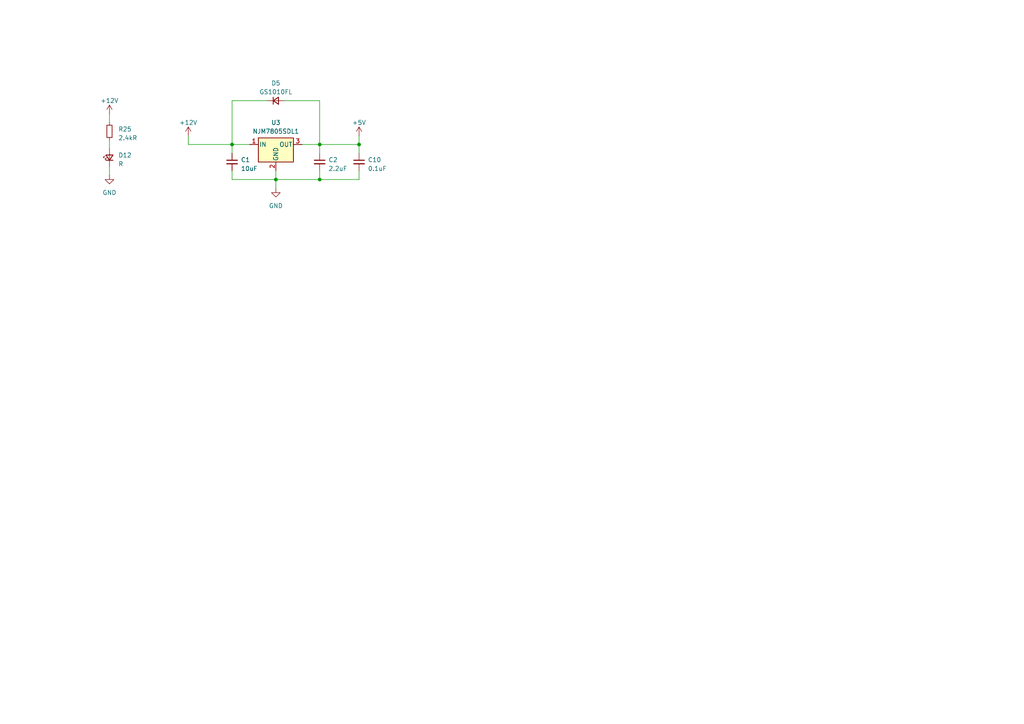
<source format=kicad_sch>
(kicad_sch (version 20231120) (generator "eeschema") (generator_version "8.0")
  (paper "A4")
  (lib_symbols
    (symbol "Device:C_Small" (pin_numbers hide) (pin_names (offset 0.254) hide)
      (property "Reference" "C" (at 0.254 1.778 0))
      (property "Value" "C_Small" (at 0.254 -2.032 0))
      (symbol "C_Small_0_1"
        (polyline (pts (xy -1.524 -0.508) (xy 1.524 -0.508)) (stroke (width 0.3302)))
        (polyline (pts (xy -1.524 0.508) (xy 1.524 0.508)) (stroke (width 0.3048)))
      )
      (symbol "C_Small_1_1"
        (pin passive line (at 0 2.54 270) (length 2.032) (name "~") (number "1"))
        (pin passive line (at 0 -2.54 90) (length 2.032) (name "~") (number "2"))
      )
    )
    (symbol "Device:D_Small" (pin_numbers hide) (pin_names (offset 0.254) hide)
      (property "Reference" "D" (at -1.27 2.032 0))
      (property "Value" "D_Small" (at -3.81 -2.032 0))
      (symbol "D_Small_0_1"
        (polyline (pts (xy -0.762 -1.016) (xy -0.762 1.016)) (stroke (width 0.254)))
        (polyline (pts (xy -0.762 0) (xy 0.762 0)))
        (polyline (pts (xy 0.762 -1.016) (xy -0.762 0) (xy 0.762 1.016) (xy 0.762 -1.016)) (stroke (width 0.254)))
      )
      (symbol "D_Small_1_1"
        (pin passive line (at -2.54 0 0) (length 1.778) (name "K") (number "1"))
        (pin passive line (at 2.54 0 180) (length 1.778) (name "A") (number "2"))
      )
    )
    (symbol "Device:LED_Small" (pin_numbers hide) (pin_names (offset 0.254) hide)
      (property "Reference" "D" (at -1.27 3.175 0))
      (property "Value" "LED_Small" (at -4.445 -2.54 0))
      (symbol "LED_Small_0_1"
        (polyline (pts (xy -0.762 -1.016) (xy -0.762 1.016)) (stroke (width 0.254)))
        (polyline (pts (xy 1.016 0) (xy -0.762 0)))
        (polyline (pts (xy 0.762 -1.016) (xy -0.762 0) (xy 0.762 1.016) (xy 0.762 -1.016)) (stroke (width 0.254)))
        (polyline (pts (xy 0 0.762) (xy -0.508 1.27) (xy -0.254 1.27) (xy -0.508 1.27) (xy -0.508 1.016)))
        (polyline (pts (xy 0.508 1.27) (xy 0 1.778) (xy 0.254 1.778) (xy 0 1.778) (xy 0 1.524)))
      )
      (symbol "LED_Small_1_1"
        (pin passive line (at -2.54 0 0) (length 1.778) (name "K") (number "1"))
        (pin passive line (at 2.54 0 180) (length 1.778) (name "A") (number "2"))
      )
    )
    (symbol "Device:R_Small" (pin_numbers hide) (pin_names (offset 0.254) hide)
      (property "Reference" "R" (at 0.762 0.508 0))
      (property "Value" "R_Small" (at 0.762 -1.016 0))
      (symbol "R_Small_0_1"
        (rectangle (start -0.762 1.778) (end 0.762 -1.778) (stroke (width 0.2032)))
      )
      (symbol "R_Small_1_1"
        (pin passive line (at 0 2.54 270) (length 0.762) (name "~") (number "1"))
        (pin passive line (at 0 -2.54 90) (length 0.762) (name "~") (number "2"))
      )
    )
    (symbol "Regulator_Linear:L7805" (pin_names (offset 0.254))
      (property "Reference" "U" (at -3.81 3.175 0))
      (property "Value" "L7805" (at 0 3.175 0))
      (symbol "L7805_0_1"
        (rectangle (start -5.08 1.905) (end 5.08 -5.08) (stroke (width 0.254)) (fill (type background)))
      )
      (symbol "L7805_1_1"
        (pin power_in line (at -7.62 0 0) (length 2.54) (name "IN") (number "1"))
        (pin power_in line (at 0 -7.62 90) (length 2.54) (name "GND") (number "2"))
        (pin power_out line (at 7.62 0 180) (length 2.54) (name "OUT") (number "3"))
      )
    )
    (symbol "power:+12V" (power) (pin_names (offset 0))
      (property "Value" "+12V" (at 0 3.556 0))
      (symbol "+12V_0_1"
        (polyline (pts (xy -0.762 1.27) (xy 0 2.54)))
        (polyline (pts (xy 0 0) (xy 0 2.54)))
        (polyline (pts (xy 0 2.54) (xy 0.762 1.27)))
      )
      (symbol "+12V_1_1"
        (pin power_in line (at 0 0 90) (length 0) hide (name "+12V") (number "1"))
      )
    )
    (symbol "power:+5V" (power) (pin_names (offset 0))
      (property "Value" "+5V" (at 0 3.556 0))
      (symbol "+5V_0_1"
        (polyline (pts (xy -0.762 1.27) (xy 0 2.54)))
        (polyline (pts (xy 0 0) (xy 0 2.54)))
        (polyline (pts (xy 0 2.54) (xy 0.762 1.27)))
      )
      (symbol "+5V_1_1"
        (pin power_in line (at 0 0 90) (length 0) hide (name "+5V") (number "1"))
      )
    )
    (symbol "power:GND" (power) (pin_names (offset 0))
      (property "Value" "GND" (at 0 -3.81 0))
      (symbol "GND_0_1"
        (polyline (pts (xy 0 0) (xy 0 -1.27) (xy 1.27 -1.27) (xy 0 -2.54) (xy -1.27 -1.27) (xy 0 -1.27)))
      )
      (symbol "GND_1_1"
        (pin power_in line (at 0 0 270) (length 0) hide (name "GND") (number "1"))
      )
    )
  )
  (junction (at 92.71 52.07))
  (junction (at 67.31 41.91))
  (junction (at 104.14 41.91))
  (junction (at 92.71 41.91))
  (junction (at 80.01 52.07))
  (wire (pts (xy 82.55 29.21) (xy 92.71 29.21)))
  (wire (pts (xy 31.75 40.64) (xy 31.75 43.18)))
  (wire (pts (xy 104.14 39.37) (xy 104.14 41.91)))
  (wire (pts (xy 31.75 48.26) (xy 31.75 50.8)))
  (wire (pts (xy 104.14 49.53) (xy 104.14 52.07)))
  (wire (pts (xy 80.01 52.07) (xy 92.71 52.07)))
  (wire (pts (xy 92.71 52.07) (xy 92.71 49.53)))
  (wire (pts (xy 80.01 49.53) (xy 80.01 52.07)))
  (wire (pts (xy 104.14 41.91) (xy 104.14 44.45)))
  (wire (pts (xy 72.39 41.91) (xy 67.31 41.91)))
  (wire (pts (xy 67.31 29.21) (xy 67.31 41.91)))
  (wire (pts (xy 67.31 29.21) (xy 77.47 29.21)))
  (wire (pts (xy 54.61 41.91) (xy 67.31 41.91)))
  (wire (pts (xy 67.31 52.07) (xy 80.01 52.07)))
  (wire (pts (xy 80.01 52.07) (xy 80.01 54.61)))
  (wire (pts (xy 67.31 49.53) (xy 67.31 52.07)))
  (wire (pts (xy 92.71 29.21) (xy 92.71 41.91)))
  (wire (pts (xy 31.75 33.02) (xy 31.75 35.56)))
  (wire (pts (xy 67.31 41.91) (xy 67.31 44.45)))
  (wire (pts (xy 92.71 41.91) (xy 104.14 41.91)))
  (wire (pts (xy 54.61 39.37) (xy 54.61 41.91)))
  (wire (pts (xy 87.63 41.91) (xy 92.71 41.91)))
  (wire (pts (xy 104.14 52.07) (xy 92.71 52.07)))
  (wire (pts (xy 92.71 41.91) (xy 92.71 44.45)))
  (symbol (lib_id "power:GND") (at 80.01 54.61 0) (unit 1)
    (property "Reference" "#PWR016" (effects (hide yes)))
    (property "Value" "GND" (at 80.01 59.69 0))
    (instances (project "FlightModule" (path "" (reference "#PWR016") (unit 1))) (project "SensingModule" (path "" (reference "#PWR012") (unit 1))) (project "SystemData" (path "" (reference "#PWR02") (unit 1))))
  )
  (symbol (lib_id "power:+12V") (at 54.61 39.37 0) (mirror y) (unit 1)
    (property "Reference" "#PWR014" (effects (hide yes)))
    (property "Value" "+12V" (at 54.61 35.56 0))
    (instances (project "FlightModule" (path "" (reference "#PWR014") (unit 1))) (project "SensingModule" (path "" (reference "#PWR011") (unit 1))) (project "SystemData" (path "" (reference "#PWR01") (unit 1))))
  )
  (symbol (lib_id "power:+12V") (at 31.75 33.02 0) (unit 1)
    (property "Reference" "#PWR042" (effects (hide yes)))
    (property "Value" "+12V" (at 31.75 29.21 0))
    (instances (project "FlightModule" (path "" (reference "#PWR042") (unit 1)) (path "" (reference "#PWR011") (unit 1))) (project "SensingModule" (path "" (reference "#PWR09") (unit 1))) (project "FlightModule" (path "" (reference "#PWR01") (unit 1))))
  )
  (symbol (lib_id "Device:R_Small") (at 31.75 38.1 0) (unit 1)
    (property "Reference" "R25" (at 34.29 37.465 0) (effects (justify left)))
    (property "Value" "2.4kR" (at 34.29 40.005 0) (effects (justify left)))
    (property "Footprint" "Resistor_SMD:R_0603_1608Metric_Pad0.98x0.95mm_HandSolder" (effects (hide yes)))
    (property "Datasheet" "https://akizukidenshi.com/catalog/g/gI-03978/" (effects (hide yes)))
    (instances (project "FlightModule" (path "" (reference "R25") (unit 1)) (path "" (reference "R4") (unit 1))) (project "SensingModule" (path "" (reference "R5") (unit 1))))
  )
  (symbol (lib_id "Device:C_Small") (at 92.71 46.99 0) (unit 1)
    (property "Reference" "C2" (at 95.25 46.3613 0) (effects (justify left)))
    (property "Value" "2.2uF" (at 95.25 48.9013 0) (effects (justify left)))
    (property "Footprint" "Capacitor_SMD:C_0603_1608Metric_Pad1.08x0.95mm_HandSolder" (effects (hide yes)))
    (property "Datasheet" "https://akizukidenshi.com/catalog/g/gP-16077/" (effects (hide yes)))
  )
  (symbol (lib_id "Device:C_Small") (at 67.31 46.99 0) (unit 1)
    (property "Reference" "C1" (at 69.85 46.3613 0) (effects (justify left)))
    (property "Value" "10uF" (at 69.85 48.9013 0) (effects (justify left)))
    (property "Footprint" "Capacitor_SMD:C_1206_3216Metric_Pad1.33x1.80mm_HandSolder" (effects (hide yes)))
    (property "Datasheet" "https://akizukidenshi.com/catalog/g/gP-17338/" (effects (hide yes)))
  )
  (symbol (lib_id "power:GND") (at 31.75 50.8 0) (unit 1)
    (property "Reference" "#PWR043" (effects (hide yes)))
    (property "Value" "GND" (at 31.75 55.88 0))
    (instances (project "FlightModule" (path "" (reference "#PWR043") (unit 1)) (path "" (reference "#PWR012") (unit 1))) (project "SensingModule" (path "" (reference "#PWR010") (unit 1))) (project "FlightModule" (path "" (reference "#PWR02") (unit 1))))
  )
  (symbol (lib_id "Device:LED_Small") (at 31.75 45.72 90) (unit 1)
    (property "Reference" "D12" (at 34.29 45.0215 90) (effects (justify right)))
    (property "Value" "R" (at 34.29 47.5615 90) (effects (justify right)))
    (property "Footprint" "LED_SMD:LED_0603_1608Metric_Pad1.05x0.95mm_HandSolder" (effects (hide yes)))
    (property "Datasheet" "https://akizukidenshi.com/catalog/g/gI-03978/" (effects (hide yes)))
    (instances (project "FlightModule" (path "" (reference "D12") (unit 1)) (path "" (reference "D4") (unit 1))) (project "SensingModule" (path "" (reference "D3") (unit 1))))
  )
  (symbol (lib_id "power:+5V") (at 104.14 39.37 0) (unit 1)
    (property "Reference" "#PWR019" (effects (hide yes)))
    (property "Value" "+5V" (at 104.14 35.56 0))
    (instances (project "FlightModule" (path "" (reference "#PWR019") (unit 1))) (project "SensingModule" (path "" (reference "#PWR013") (unit 1))) (project "SystemData" (path "" (reference "#PWR029") (unit 1))))
  )
  (symbol (lib_id "Device:C_Small") (at 104.14 46.99 0) (unit 1)
    (property "Reference" "C10" (at 106.68 46.3613 0) (effects (justify left)))
    (property "Value" "0.1uF" (at 106.68 48.9013 0) (effects (justify left)))
    (property "Footprint" "Capacitor_SMD:C_0603_1608Metric_Pad1.08x0.95mm_HandSolder" (effects (hide yes)))
    (property "Datasheet" "https://akizukidenshi.com/catalog/g/gP-16143/" (effects (hide yes)))
    (instances (project "FlightModule" (path "" (reference "C10") (unit 1))) (project "SensingModule" (path "" (reference "C3") (unit 1))))
  )
  (symbol (lib_id "Device:D_Small") (at 80.01 29.21 0) (unit 1)
    (property "Reference" "D5" (at 80.01 24.13 0))
    (property "Value" "GS1010FL" (at 80.01 26.67 0))
    (property "Footprint" "Diode_SMD:D_SOD-123F" (effects (hide yes)))
    (property "Datasheet" "https://akizukidenshi.com/catalog/g/gI-06014/" (effects (hide yes)))
    (property "Sim.Device" "D" (effects (hide yes)))
    (property "Sim.Pins" "1=K 2=A" (effects (hide yes)))
    (instances (project "FlightModule" (path "" (reference "D5") (unit 1))) (project "SensingModule" (path "" (reference "D4") (unit 1))))
  )
  (symbol (lib_id "Regulator_Linear:L7805") (at 80.01 41.91 0) (unit 1)
    (property "Reference" "U3" (at 80.01 35.56 0))
    (property "Value" "NJM7805SDL1" (at 80.01 38.1 0))
    (property "Footprint" "Package_TO_SOT_SMD:TO-252-2" (effects (hide yes)))
    (property "Datasheet" "https://akizukidenshi.com/catalog/g/gI-11237/" (effects (hide yes)))
    (instances (project "FlightModule" (path "" (reference "U3") (unit 1))) (project "SensingModule" (path "" (reference "U2") (unit 1))) (project "SystemData" (path "" (reference "U3") (unit 1))))
  )
)
</source>
